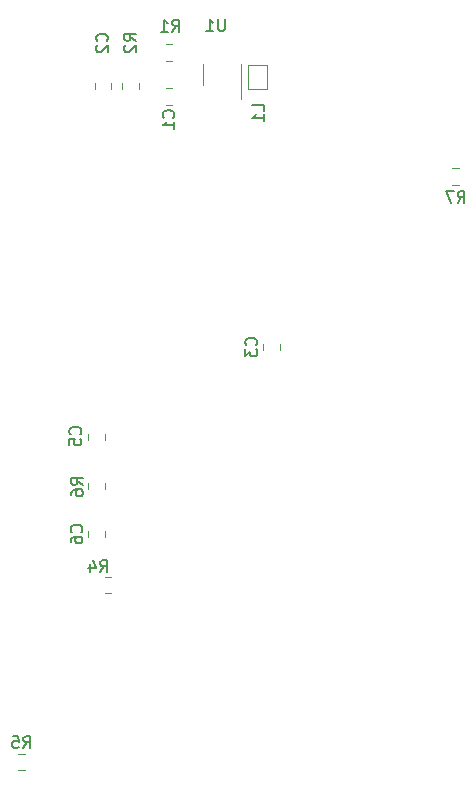
<source format=gbr>
G04 #@! TF.GenerationSoftware,KiCad,Pcbnew,5.0.1-33cea8e~68~ubuntu18.04.1*
G04 #@! TF.CreationDate,2018-11-21T16:18:05-05:00*
G04 #@! TF.ProjectId,samn,73616D6E2E6B696361645F7063620000,5*
G04 #@! TF.SameCoordinates,Original*
G04 #@! TF.FileFunction,Legend,Bot*
G04 #@! TF.FilePolarity,Positive*
%FSLAX46Y46*%
G04 Gerber Fmt 4.6, Leading zero omitted, Abs format (unit mm)*
G04 Created by KiCad (PCBNEW 5.0.1-33cea8e~68~ubuntu18.04.1) date Wed 21 Nov 2018 04:18:05 PM EST*
%MOMM*%
%LPD*%
G01*
G04 APERTURE LIST*
%ADD10C,0.120000*%
%ADD11C,0.070000*%
%ADD12C,0.150000*%
G04 APERTURE END LIST*
D10*
G04 #@! TO.C,R7*
X59788748Y-31640000D02*
X60311252Y-31640000D01*
X59788748Y-33060000D02*
X60311252Y-33060000D01*
D11*
G04 #@! TO.C,L1*
X42500000Y-24875200D02*
X42500000Y-22875200D01*
X44100000Y-24875200D02*
X42500000Y-24875200D01*
X44100000Y-22875200D02*
X44100000Y-24875200D01*
X42500000Y-22875200D02*
X44100000Y-22875200D01*
D10*
G04 #@! TO.C,C2*
X29490000Y-24911252D02*
X29490000Y-24388748D01*
X30910000Y-24911252D02*
X30910000Y-24388748D01*
G04 #@! TO.C,C3*
X45160000Y-46488748D02*
X45160000Y-47011252D01*
X43740000Y-46488748D02*
X43740000Y-47011252D01*
G04 #@! TO.C,C5*
X28940000Y-54661252D02*
X28940000Y-54138748D01*
X30360000Y-54661252D02*
X30360000Y-54138748D01*
G04 #@! TO.C,C6*
X30360000Y-62338748D02*
X30360000Y-62861252D01*
X28940000Y-62338748D02*
X28940000Y-62861252D01*
G04 #@! TO.C,C1*
X36061252Y-26260000D02*
X35538748Y-26260000D01*
X36061252Y-24840000D02*
X35538748Y-24840000D01*
G04 #@! TO.C,U1*
X41847600Y-22795000D02*
X41847600Y-25745000D01*
X38627600Y-24595000D02*
X38627600Y-22795000D01*
G04 #@! TO.C,R4*
X30388748Y-66190000D02*
X30911252Y-66190000D01*
X30388748Y-67610000D02*
X30911252Y-67610000D01*
G04 #@! TO.C,R1*
X35538748Y-21090000D02*
X36061252Y-21090000D01*
X35538748Y-22510000D02*
X36061252Y-22510000D01*
G04 #@! TO.C,R2*
X33260000Y-24388748D02*
X33260000Y-24911252D01*
X31840000Y-24388748D02*
X31840000Y-24911252D01*
G04 #@! TO.C,R5*
X23561252Y-82610000D02*
X23038748Y-82610000D01*
X23561252Y-81190000D02*
X23038748Y-81190000D01*
G04 #@! TO.C,R6*
X30360000Y-58238748D02*
X30360000Y-58761252D01*
X28940000Y-58238748D02*
X28940000Y-58761252D01*
G04 #@! TO.C,R7*
D12*
X60216666Y-34552380D02*
X60550000Y-34076190D01*
X60788095Y-34552380D02*
X60788095Y-33552380D01*
X60407142Y-33552380D01*
X60311904Y-33600000D01*
X60264285Y-33647619D01*
X60216666Y-33742857D01*
X60216666Y-33885714D01*
X60264285Y-33980952D01*
X60311904Y-34028571D01*
X60407142Y-34076190D01*
X60788095Y-34076190D01*
X59883333Y-33552380D02*
X59216666Y-33552380D01*
X59645238Y-34552380D01*
G04 #@! TO.C,L1*
X43852380Y-26783333D02*
X43852380Y-26307142D01*
X42852380Y-26307142D01*
X43852380Y-27640476D02*
X43852380Y-27069047D01*
X43852380Y-27354761D02*
X42852380Y-27354761D01*
X42995238Y-27259523D01*
X43090476Y-27164285D01*
X43138095Y-27069047D01*
G04 #@! TO.C,C2*
X30507142Y-20833333D02*
X30554761Y-20785714D01*
X30602380Y-20642857D01*
X30602380Y-20547619D01*
X30554761Y-20404761D01*
X30459523Y-20309523D01*
X30364285Y-20261904D01*
X30173809Y-20214285D01*
X30030952Y-20214285D01*
X29840476Y-20261904D01*
X29745238Y-20309523D01*
X29650000Y-20404761D01*
X29602380Y-20547619D01*
X29602380Y-20642857D01*
X29650000Y-20785714D01*
X29697619Y-20833333D01*
X29697619Y-21214285D02*
X29650000Y-21261904D01*
X29602380Y-21357142D01*
X29602380Y-21595238D01*
X29650000Y-21690476D01*
X29697619Y-21738095D01*
X29792857Y-21785714D01*
X29888095Y-21785714D01*
X30030952Y-21738095D01*
X30602380Y-21166666D01*
X30602380Y-21785714D01*
G04 #@! TO.C,C3*
X43157142Y-46583333D02*
X43204761Y-46535714D01*
X43252380Y-46392857D01*
X43252380Y-46297619D01*
X43204761Y-46154761D01*
X43109523Y-46059523D01*
X43014285Y-46011904D01*
X42823809Y-45964285D01*
X42680952Y-45964285D01*
X42490476Y-46011904D01*
X42395238Y-46059523D01*
X42300000Y-46154761D01*
X42252380Y-46297619D01*
X42252380Y-46392857D01*
X42300000Y-46535714D01*
X42347619Y-46583333D01*
X42252380Y-46916666D02*
X42252380Y-47535714D01*
X42633333Y-47202380D01*
X42633333Y-47345238D01*
X42680952Y-47440476D01*
X42728571Y-47488095D01*
X42823809Y-47535714D01*
X43061904Y-47535714D01*
X43157142Y-47488095D01*
X43204761Y-47440476D01*
X43252380Y-47345238D01*
X43252380Y-47059523D01*
X43204761Y-46964285D01*
X43157142Y-46916666D01*
G04 #@! TO.C,C5*
X28257142Y-54133333D02*
X28304761Y-54085714D01*
X28352380Y-53942857D01*
X28352380Y-53847619D01*
X28304761Y-53704761D01*
X28209523Y-53609523D01*
X28114285Y-53561904D01*
X27923809Y-53514285D01*
X27780952Y-53514285D01*
X27590476Y-53561904D01*
X27495238Y-53609523D01*
X27400000Y-53704761D01*
X27352380Y-53847619D01*
X27352380Y-53942857D01*
X27400000Y-54085714D01*
X27447619Y-54133333D01*
X27352380Y-55038095D02*
X27352380Y-54561904D01*
X27828571Y-54514285D01*
X27780952Y-54561904D01*
X27733333Y-54657142D01*
X27733333Y-54895238D01*
X27780952Y-54990476D01*
X27828571Y-55038095D01*
X27923809Y-55085714D01*
X28161904Y-55085714D01*
X28257142Y-55038095D01*
X28304761Y-54990476D01*
X28352380Y-54895238D01*
X28352380Y-54657142D01*
X28304761Y-54561904D01*
X28257142Y-54514285D01*
G04 #@! TO.C,C6*
X28357142Y-62433333D02*
X28404761Y-62385714D01*
X28452380Y-62242857D01*
X28452380Y-62147619D01*
X28404761Y-62004761D01*
X28309523Y-61909523D01*
X28214285Y-61861904D01*
X28023809Y-61814285D01*
X27880952Y-61814285D01*
X27690476Y-61861904D01*
X27595238Y-61909523D01*
X27500000Y-62004761D01*
X27452380Y-62147619D01*
X27452380Y-62242857D01*
X27500000Y-62385714D01*
X27547619Y-62433333D01*
X27452380Y-63290476D02*
X27452380Y-63100000D01*
X27500000Y-63004761D01*
X27547619Y-62957142D01*
X27690476Y-62861904D01*
X27880952Y-62814285D01*
X28261904Y-62814285D01*
X28357142Y-62861904D01*
X28404761Y-62909523D01*
X28452380Y-63004761D01*
X28452380Y-63195238D01*
X28404761Y-63290476D01*
X28357142Y-63338095D01*
X28261904Y-63385714D01*
X28023809Y-63385714D01*
X27928571Y-63338095D01*
X27880952Y-63290476D01*
X27833333Y-63195238D01*
X27833333Y-63004761D01*
X27880952Y-62909523D01*
X27928571Y-62861904D01*
X28023809Y-62814285D01*
G04 #@! TO.C,C1*
X36157142Y-27333333D02*
X36204761Y-27285714D01*
X36252380Y-27142857D01*
X36252380Y-27047619D01*
X36204761Y-26904761D01*
X36109523Y-26809523D01*
X36014285Y-26761904D01*
X35823809Y-26714285D01*
X35680952Y-26714285D01*
X35490476Y-26761904D01*
X35395238Y-26809523D01*
X35300000Y-26904761D01*
X35252380Y-27047619D01*
X35252380Y-27142857D01*
X35300000Y-27285714D01*
X35347619Y-27333333D01*
X36252380Y-28285714D02*
X36252380Y-27714285D01*
X36252380Y-28000000D02*
X35252380Y-28000000D01*
X35395238Y-27904761D01*
X35490476Y-27809523D01*
X35538095Y-27714285D01*
G04 #@! TO.C,U1*
X40511904Y-19002380D02*
X40511904Y-19811904D01*
X40464285Y-19907142D01*
X40416666Y-19954761D01*
X40321428Y-20002380D01*
X40130952Y-20002380D01*
X40035714Y-19954761D01*
X39988095Y-19907142D01*
X39940476Y-19811904D01*
X39940476Y-19002380D01*
X38940476Y-20002380D02*
X39511904Y-20002380D01*
X39226190Y-20002380D02*
X39226190Y-19002380D01*
X39321428Y-19145238D01*
X39416666Y-19240476D01*
X39511904Y-19288095D01*
G04 #@! TO.C,R4*
X29966666Y-65802380D02*
X30300000Y-65326190D01*
X30538095Y-65802380D02*
X30538095Y-64802380D01*
X30157142Y-64802380D01*
X30061904Y-64850000D01*
X30014285Y-64897619D01*
X29966666Y-64992857D01*
X29966666Y-65135714D01*
X30014285Y-65230952D01*
X30061904Y-65278571D01*
X30157142Y-65326190D01*
X30538095Y-65326190D01*
X29109523Y-65135714D02*
X29109523Y-65802380D01*
X29347619Y-64754761D02*
X29585714Y-65469047D01*
X28966666Y-65469047D01*
G04 #@! TO.C,R1*
X36066666Y-20052380D02*
X36400000Y-19576190D01*
X36638095Y-20052380D02*
X36638095Y-19052380D01*
X36257142Y-19052380D01*
X36161904Y-19100000D01*
X36114285Y-19147619D01*
X36066666Y-19242857D01*
X36066666Y-19385714D01*
X36114285Y-19480952D01*
X36161904Y-19528571D01*
X36257142Y-19576190D01*
X36638095Y-19576190D01*
X35114285Y-20052380D02*
X35685714Y-20052380D01*
X35400000Y-20052380D02*
X35400000Y-19052380D01*
X35495238Y-19195238D01*
X35590476Y-19290476D01*
X35685714Y-19338095D01*
G04 #@! TO.C,R2*
X33002380Y-20833333D02*
X32526190Y-20500000D01*
X33002380Y-20261904D02*
X32002380Y-20261904D01*
X32002380Y-20642857D01*
X32050000Y-20738095D01*
X32097619Y-20785714D01*
X32192857Y-20833333D01*
X32335714Y-20833333D01*
X32430952Y-20785714D01*
X32478571Y-20738095D01*
X32526190Y-20642857D01*
X32526190Y-20261904D01*
X32097619Y-21214285D02*
X32050000Y-21261904D01*
X32002380Y-21357142D01*
X32002380Y-21595238D01*
X32050000Y-21690476D01*
X32097619Y-21738095D01*
X32192857Y-21785714D01*
X32288095Y-21785714D01*
X32430952Y-21738095D01*
X33002380Y-21166666D01*
X33002380Y-21785714D01*
G04 #@! TO.C,R5*
X23466666Y-80702380D02*
X23800000Y-80226190D01*
X24038095Y-80702380D02*
X24038095Y-79702380D01*
X23657142Y-79702380D01*
X23561904Y-79750000D01*
X23514285Y-79797619D01*
X23466666Y-79892857D01*
X23466666Y-80035714D01*
X23514285Y-80130952D01*
X23561904Y-80178571D01*
X23657142Y-80226190D01*
X24038095Y-80226190D01*
X22561904Y-79702380D02*
X23038095Y-79702380D01*
X23085714Y-80178571D01*
X23038095Y-80130952D01*
X22942857Y-80083333D01*
X22704761Y-80083333D01*
X22609523Y-80130952D01*
X22561904Y-80178571D01*
X22514285Y-80273809D01*
X22514285Y-80511904D01*
X22561904Y-80607142D01*
X22609523Y-80654761D01*
X22704761Y-80702380D01*
X22942857Y-80702380D01*
X23038095Y-80654761D01*
X23085714Y-80607142D01*
G04 #@! TO.C,R6*
X28502380Y-58433333D02*
X28026190Y-58100000D01*
X28502380Y-57861904D02*
X27502380Y-57861904D01*
X27502380Y-58242857D01*
X27550000Y-58338095D01*
X27597619Y-58385714D01*
X27692857Y-58433333D01*
X27835714Y-58433333D01*
X27930952Y-58385714D01*
X27978571Y-58338095D01*
X28026190Y-58242857D01*
X28026190Y-57861904D01*
X27502380Y-59290476D02*
X27502380Y-59100000D01*
X27550000Y-59004761D01*
X27597619Y-58957142D01*
X27740476Y-58861904D01*
X27930952Y-58814285D01*
X28311904Y-58814285D01*
X28407142Y-58861904D01*
X28454761Y-58909523D01*
X28502380Y-59004761D01*
X28502380Y-59195238D01*
X28454761Y-59290476D01*
X28407142Y-59338095D01*
X28311904Y-59385714D01*
X28073809Y-59385714D01*
X27978571Y-59338095D01*
X27930952Y-59290476D01*
X27883333Y-59195238D01*
X27883333Y-59004761D01*
X27930952Y-58909523D01*
X27978571Y-58861904D01*
X28073809Y-58814285D01*
G04 #@! TD*
M02*

</source>
